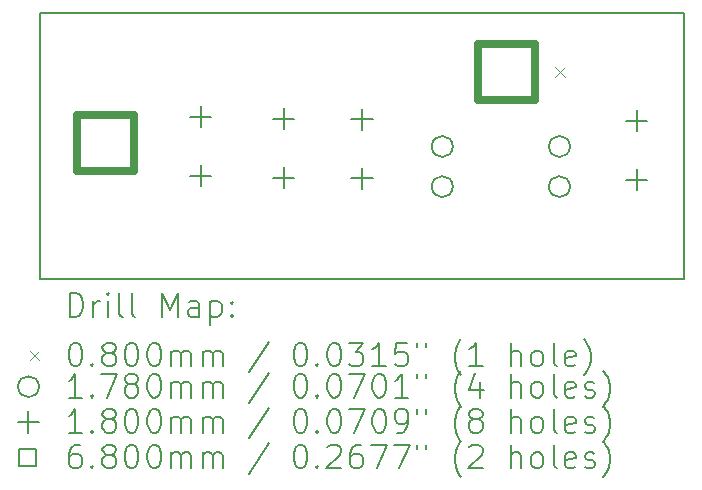
<source format=gbr>
%TF.GenerationSoftware,KiCad,Pcbnew,8.0.5*%
%TF.CreationDate,2024-12-04T12:22:01-05:00*%
%TF.ProjectId,RailsidePDB,5261696c-7369-4646-9550-44422e6b6963,rev?*%
%TF.SameCoordinates,Original*%
%TF.FileFunction,Drillmap*%
%TF.FilePolarity,Positive*%
%FSLAX45Y45*%
G04 Gerber Fmt 4.5, Leading zero omitted, Abs format (unit mm)*
G04 Created by KiCad (PCBNEW 8.0.5) date 2024-12-04 12:22:01*
%MOMM*%
%LPD*%
G01*
G04 APERTURE LIST*
%ADD10C,0.200000*%
%ADD11C,0.100000*%
%ADD12C,0.178000*%
%ADD13C,0.180000*%
%ADD14C,0.680000*%
G04 APERTURE END LIST*
D10*
X5800000Y-6200000D02*
X11250000Y-6200000D01*
X11250000Y-8450000D01*
X5800000Y-8450000D01*
X5800000Y-6200000D01*
D11*
X10160000Y-6660000D02*
X10240000Y-6740000D01*
X10240000Y-6660000D02*
X10160000Y-6740000D01*
D12*
X9293000Y-7330000D02*
G75*
G02*
X9115000Y-7330000I-89000J0D01*
G01*
X9115000Y-7330000D02*
G75*
G02*
X9293000Y-7330000I89000J0D01*
G01*
X9293000Y-7670000D02*
G75*
G02*
X9115000Y-7670000I-89000J0D01*
G01*
X9115000Y-7670000D02*
G75*
G02*
X9293000Y-7670000I89000J0D01*
G01*
X10285000Y-7330000D02*
G75*
G02*
X10107000Y-7330000I-89000J0D01*
G01*
X10107000Y-7330000D02*
G75*
G02*
X10285000Y-7330000I89000J0D01*
G01*
X10285000Y-7670000D02*
G75*
G02*
X10107000Y-7670000I-89000J0D01*
G01*
X10107000Y-7670000D02*
G75*
G02*
X10285000Y-7670000I89000J0D01*
G01*
D13*
X7157500Y-6987500D02*
X7157500Y-7167500D01*
X7067500Y-7077500D02*
X7247500Y-7077500D01*
X7157500Y-7487500D02*
X7157500Y-7667500D01*
X7067500Y-7577500D02*
X7247500Y-7577500D01*
X7860000Y-7005000D02*
X7860000Y-7185000D01*
X7770000Y-7095000D02*
X7950000Y-7095000D01*
X7860000Y-7505000D02*
X7860000Y-7685000D01*
X7770000Y-7595000D02*
X7950000Y-7595000D01*
X8525000Y-7010000D02*
X8525000Y-7190000D01*
X8435000Y-7100000D02*
X8615000Y-7100000D01*
X8525000Y-7510000D02*
X8525000Y-7690000D01*
X8435000Y-7600000D02*
X8615000Y-7600000D01*
X10850000Y-7021000D02*
X10850000Y-7201000D01*
X10760000Y-7111000D02*
X10940000Y-7111000D01*
X10850000Y-7521000D02*
X10850000Y-7701000D01*
X10760000Y-7611000D02*
X10940000Y-7611000D01*
D14*
X6590419Y-7540419D02*
X6590419Y-7059581D01*
X6109581Y-7059581D01*
X6109581Y-7540419D01*
X6590419Y-7540419D01*
X9990419Y-6940419D02*
X9990419Y-6459581D01*
X9509581Y-6459581D01*
X9509581Y-6940419D01*
X9990419Y-6940419D01*
D10*
X6050777Y-8771484D02*
X6050777Y-8571484D01*
X6050777Y-8571484D02*
X6098396Y-8571484D01*
X6098396Y-8571484D02*
X6126967Y-8581008D01*
X6126967Y-8581008D02*
X6146015Y-8600055D01*
X6146015Y-8600055D02*
X6155539Y-8619103D01*
X6155539Y-8619103D02*
X6165062Y-8657198D01*
X6165062Y-8657198D02*
X6165062Y-8685770D01*
X6165062Y-8685770D02*
X6155539Y-8723865D01*
X6155539Y-8723865D02*
X6146015Y-8742912D01*
X6146015Y-8742912D02*
X6126967Y-8761960D01*
X6126967Y-8761960D02*
X6098396Y-8771484D01*
X6098396Y-8771484D02*
X6050777Y-8771484D01*
X6250777Y-8771484D02*
X6250777Y-8638150D01*
X6250777Y-8676246D02*
X6260301Y-8657198D01*
X6260301Y-8657198D02*
X6269824Y-8647674D01*
X6269824Y-8647674D02*
X6288872Y-8638150D01*
X6288872Y-8638150D02*
X6307920Y-8638150D01*
X6374586Y-8771484D02*
X6374586Y-8638150D01*
X6374586Y-8571484D02*
X6365062Y-8581008D01*
X6365062Y-8581008D02*
X6374586Y-8590531D01*
X6374586Y-8590531D02*
X6384110Y-8581008D01*
X6384110Y-8581008D02*
X6374586Y-8571484D01*
X6374586Y-8571484D02*
X6374586Y-8590531D01*
X6498396Y-8771484D02*
X6479348Y-8761960D01*
X6479348Y-8761960D02*
X6469824Y-8742912D01*
X6469824Y-8742912D02*
X6469824Y-8571484D01*
X6603158Y-8771484D02*
X6584110Y-8761960D01*
X6584110Y-8761960D02*
X6574586Y-8742912D01*
X6574586Y-8742912D02*
X6574586Y-8571484D01*
X6831729Y-8771484D02*
X6831729Y-8571484D01*
X6831729Y-8571484D02*
X6898396Y-8714341D01*
X6898396Y-8714341D02*
X6965062Y-8571484D01*
X6965062Y-8571484D02*
X6965062Y-8771484D01*
X7146015Y-8771484D02*
X7146015Y-8666722D01*
X7146015Y-8666722D02*
X7136491Y-8647674D01*
X7136491Y-8647674D02*
X7117443Y-8638150D01*
X7117443Y-8638150D02*
X7079348Y-8638150D01*
X7079348Y-8638150D02*
X7060301Y-8647674D01*
X7146015Y-8761960D02*
X7126967Y-8771484D01*
X7126967Y-8771484D02*
X7079348Y-8771484D01*
X7079348Y-8771484D02*
X7060301Y-8761960D01*
X7060301Y-8761960D02*
X7050777Y-8742912D01*
X7050777Y-8742912D02*
X7050777Y-8723865D01*
X7050777Y-8723865D02*
X7060301Y-8704817D01*
X7060301Y-8704817D02*
X7079348Y-8695293D01*
X7079348Y-8695293D02*
X7126967Y-8695293D01*
X7126967Y-8695293D02*
X7146015Y-8685770D01*
X7241253Y-8638150D02*
X7241253Y-8838150D01*
X7241253Y-8647674D02*
X7260301Y-8638150D01*
X7260301Y-8638150D02*
X7298396Y-8638150D01*
X7298396Y-8638150D02*
X7317443Y-8647674D01*
X7317443Y-8647674D02*
X7326967Y-8657198D01*
X7326967Y-8657198D02*
X7336491Y-8676246D01*
X7336491Y-8676246D02*
X7336491Y-8733389D01*
X7336491Y-8733389D02*
X7326967Y-8752436D01*
X7326967Y-8752436D02*
X7317443Y-8761960D01*
X7317443Y-8761960D02*
X7298396Y-8771484D01*
X7298396Y-8771484D02*
X7260301Y-8771484D01*
X7260301Y-8771484D02*
X7241253Y-8761960D01*
X7422205Y-8752436D02*
X7431729Y-8761960D01*
X7431729Y-8761960D02*
X7422205Y-8771484D01*
X7422205Y-8771484D02*
X7412682Y-8761960D01*
X7412682Y-8761960D02*
X7422205Y-8752436D01*
X7422205Y-8752436D02*
X7422205Y-8771484D01*
X7422205Y-8647674D02*
X7431729Y-8657198D01*
X7431729Y-8657198D02*
X7422205Y-8666722D01*
X7422205Y-8666722D02*
X7412682Y-8657198D01*
X7412682Y-8657198D02*
X7422205Y-8647674D01*
X7422205Y-8647674D02*
X7422205Y-8666722D01*
D11*
X5710000Y-9060000D02*
X5790000Y-9140000D01*
X5790000Y-9060000D02*
X5710000Y-9140000D01*
D10*
X6088872Y-8991484D02*
X6107920Y-8991484D01*
X6107920Y-8991484D02*
X6126967Y-9001008D01*
X6126967Y-9001008D02*
X6136491Y-9010531D01*
X6136491Y-9010531D02*
X6146015Y-9029579D01*
X6146015Y-9029579D02*
X6155539Y-9067674D01*
X6155539Y-9067674D02*
X6155539Y-9115293D01*
X6155539Y-9115293D02*
X6146015Y-9153389D01*
X6146015Y-9153389D02*
X6136491Y-9172436D01*
X6136491Y-9172436D02*
X6126967Y-9181960D01*
X6126967Y-9181960D02*
X6107920Y-9191484D01*
X6107920Y-9191484D02*
X6088872Y-9191484D01*
X6088872Y-9191484D02*
X6069824Y-9181960D01*
X6069824Y-9181960D02*
X6060301Y-9172436D01*
X6060301Y-9172436D02*
X6050777Y-9153389D01*
X6050777Y-9153389D02*
X6041253Y-9115293D01*
X6041253Y-9115293D02*
X6041253Y-9067674D01*
X6041253Y-9067674D02*
X6050777Y-9029579D01*
X6050777Y-9029579D02*
X6060301Y-9010531D01*
X6060301Y-9010531D02*
X6069824Y-9001008D01*
X6069824Y-9001008D02*
X6088872Y-8991484D01*
X6241253Y-9172436D02*
X6250777Y-9181960D01*
X6250777Y-9181960D02*
X6241253Y-9191484D01*
X6241253Y-9191484D02*
X6231729Y-9181960D01*
X6231729Y-9181960D02*
X6241253Y-9172436D01*
X6241253Y-9172436D02*
X6241253Y-9191484D01*
X6365062Y-9077198D02*
X6346015Y-9067674D01*
X6346015Y-9067674D02*
X6336491Y-9058150D01*
X6336491Y-9058150D02*
X6326967Y-9039103D01*
X6326967Y-9039103D02*
X6326967Y-9029579D01*
X6326967Y-9029579D02*
X6336491Y-9010531D01*
X6336491Y-9010531D02*
X6346015Y-9001008D01*
X6346015Y-9001008D02*
X6365062Y-8991484D01*
X6365062Y-8991484D02*
X6403158Y-8991484D01*
X6403158Y-8991484D02*
X6422205Y-9001008D01*
X6422205Y-9001008D02*
X6431729Y-9010531D01*
X6431729Y-9010531D02*
X6441253Y-9029579D01*
X6441253Y-9029579D02*
X6441253Y-9039103D01*
X6441253Y-9039103D02*
X6431729Y-9058150D01*
X6431729Y-9058150D02*
X6422205Y-9067674D01*
X6422205Y-9067674D02*
X6403158Y-9077198D01*
X6403158Y-9077198D02*
X6365062Y-9077198D01*
X6365062Y-9077198D02*
X6346015Y-9086722D01*
X6346015Y-9086722D02*
X6336491Y-9096246D01*
X6336491Y-9096246D02*
X6326967Y-9115293D01*
X6326967Y-9115293D02*
X6326967Y-9153389D01*
X6326967Y-9153389D02*
X6336491Y-9172436D01*
X6336491Y-9172436D02*
X6346015Y-9181960D01*
X6346015Y-9181960D02*
X6365062Y-9191484D01*
X6365062Y-9191484D02*
X6403158Y-9191484D01*
X6403158Y-9191484D02*
X6422205Y-9181960D01*
X6422205Y-9181960D02*
X6431729Y-9172436D01*
X6431729Y-9172436D02*
X6441253Y-9153389D01*
X6441253Y-9153389D02*
X6441253Y-9115293D01*
X6441253Y-9115293D02*
X6431729Y-9096246D01*
X6431729Y-9096246D02*
X6422205Y-9086722D01*
X6422205Y-9086722D02*
X6403158Y-9077198D01*
X6565062Y-8991484D02*
X6584110Y-8991484D01*
X6584110Y-8991484D02*
X6603158Y-9001008D01*
X6603158Y-9001008D02*
X6612682Y-9010531D01*
X6612682Y-9010531D02*
X6622205Y-9029579D01*
X6622205Y-9029579D02*
X6631729Y-9067674D01*
X6631729Y-9067674D02*
X6631729Y-9115293D01*
X6631729Y-9115293D02*
X6622205Y-9153389D01*
X6622205Y-9153389D02*
X6612682Y-9172436D01*
X6612682Y-9172436D02*
X6603158Y-9181960D01*
X6603158Y-9181960D02*
X6584110Y-9191484D01*
X6584110Y-9191484D02*
X6565062Y-9191484D01*
X6565062Y-9191484D02*
X6546015Y-9181960D01*
X6546015Y-9181960D02*
X6536491Y-9172436D01*
X6536491Y-9172436D02*
X6526967Y-9153389D01*
X6526967Y-9153389D02*
X6517443Y-9115293D01*
X6517443Y-9115293D02*
X6517443Y-9067674D01*
X6517443Y-9067674D02*
X6526967Y-9029579D01*
X6526967Y-9029579D02*
X6536491Y-9010531D01*
X6536491Y-9010531D02*
X6546015Y-9001008D01*
X6546015Y-9001008D02*
X6565062Y-8991484D01*
X6755539Y-8991484D02*
X6774586Y-8991484D01*
X6774586Y-8991484D02*
X6793634Y-9001008D01*
X6793634Y-9001008D02*
X6803158Y-9010531D01*
X6803158Y-9010531D02*
X6812682Y-9029579D01*
X6812682Y-9029579D02*
X6822205Y-9067674D01*
X6822205Y-9067674D02*
X6822205Y-9115293D01*
X6822205Y-9115293D02*
X6812682Y-9153389D01*
X6812682Y-9153389D02*
X6803158Y-9172436D01*
X6803158Y-9172436D02*
X6793634Y-9181960D01*
X6793634Y-9181960D02*
X6774586Y-9191484D01*
X6774586Y-9191484D02*
X6755539Y-9191484D01*
X6755539Y-9191484D02*
X6736491Y-9181960D01*
X6736491Y-9181960D02*
X6726967Y-9172436D01*
X6726967Y-9172436D02*
X6717443Y-9153389D01*
X6717443Y-9153389D02*
X6707920Y-9115293D01*
X6707920Y-9115293D02*
X6707920Y-9067674D01*
X6707920Y-9067674D02*
X6717443Y-9029579D01*
X6717443Y-9029579D02*
X6726967Y-9010531D01*
X6726967Y-9010531D02*
X6736491Y-9001008D01*
X6736491Y-9001008D02*
X6755539Y-8991484D01*
X6907920Y-9191484D02*
X6907920Y-9058150D01*
X6907920Y-9077198D02*
X6917443Y-9067674D01*
X6917443Y-9067674D02*
X6936491Y-9058150D01*
X6936491Y-9058150D02*
X6965063Y-9058150D01*
X6965063Y-9058150D02*
X6984110Y-9067674D01*
X6984110Y-9067674D02*
X6993634Y-9086722D01*
X6993634Y-9086722D02*
X6993634Y-9191484D01*
X6993634Y-9086722D02*
X7003158Y-9067674D01*
X7003158Y-9067674D02*
X7022205Y-9058150D01*
X7022205Y-9058150D02*
X7050777Y-9058150D01*
X7050777Y-9058150D02*
X7069824Y-9067674D01*
X7069824Y-9067674D02*
X7079348Y-9086722D01*
X7079348Y-9086722D02*
X7079348Y-9191484D01*
X7174586Y-9191484D02*
X7174586Y-9058150D01*
X7174586Y-9077198D02*
X7184110Y-9067674D01*
X7184110Y-9067674D02*
X7203158Y-9058150D01*
X7203158Y-9058150D02*
X7231729Y-9058150D01*
X7231729Y-9058150D02*
X7250777Y-9067674D01*
X7250777Y-9067674D02*
X7260301Y-9086722D01*
X7260301Y-9086722D02*
X7260301Y-9191484D01*
X7260301Y-9086722D02*
X7269824Y-9067674D01*
X7269824Y-9067674D02*
X7288872Y-9058150D01*
X7288872Y-9058150D02*
X7317443Y-9058150D01*
X7317443Y-9058150D02*
X7336491Y-9067674D01*
X7336491Y-9067674D02*
X7346015Y-9086722D01*
X7346015Y-9086722D02*
X7346015Y-9191484D01*
X7736491Y-8981960D02*
X7565063Y-9239103D01*
X7993634Y-8991484D02*
X8012682Y-8991484D01*
X8012682Y-8991484D02*
X8031729Y-9001008D01*
X8031729Y-9001008D02*
X8041253Y-9010531D01*
X8041253Y-9010531D02*
X8050777Y-9029579D01*
X8050777Y-9029579D02*
X8060301Y-9067674D01*
X8060301Y-9067674D02*
X8060301Y-9115293D01*
X8060301Y-9115293D02*
X8050777Y-9153389D01*
X8050777Y-9153389D02*
X8041253Y-9172436D01*
X8041253Y-9172436D02*
X8031729Y-9181960D01*
X8031729Y-9181960D02*
X8012682Y-9191484D01*
X8012682Y-9191484D02*
X7993634Y-9191484D01*
X7993634Y-9191484D02*
X7974586Y-9181960D01*
X7974586Y-9181960D02*
X7965063Y-9172436D01*
X7965063Y-9172436D02*
X7955539Y-9153389D01*
X7955539Y-9153389D02*
X7946015Y-9115293D01*
X7946015Y-9115293D02*
X7946015Y-9067674D01*
X7946015Y-9067674D02*
X7955539Y-9029579D01*
X7955539Y-9029579D02*
X7965063Y-9010531D01*
X7965063Y-9010531D02*
X7974586Y-9001008D01*
X7974586Y-9001008D02*
X7993634Y-8991484D01*
X8146015Y-9172436D02*
X8155539Y-9181960D01*
X8155539Y-9181960D02*
X8146015Y-9191484D01*
X8146015Y-9191484D02*
X8136491Y-9181960D01*
X8136491Y-9181960D02*
X8146015Y-9172436D01*
X8146015Y-9172436D02*
X8146015Y-9191484D01*
X8279348Y-8991484D02*
X8298396Y-8991484D01*
X8298396Y-8991484D02*
X8317444Y-9001008D01*
X8317444Y-9001008D02*
X8326967Y-9010531D01*
X8326967Y-9010531D02*
X8336491Y-9029579D01*
X8336491Y-9029579D02*
X8346015Y-9067674D01*
X8346015Y-9067674D02*
X8346015Y-9115293D01*
X8346015Y-9115293D02*
X8336491Y-9153389D01*
X8336491Y-9153389D02*
X8326967Y-9172436D01*
X8326967Y-9172436D02*
X8317444Y-9181960D01*
X8317444Y-9181960D02*
X8298396Y-9191484D01*
X8298396Y-9191484D02*
X8279348Y-9191484D01*
X8279348Y-9191484D02*
X8260301Y-9181960D01*
X8260301Y-9181960D02*
X8250777Y-9172436D01*
X8250777Y-9172436D02*
X8241253Y-9153389D01*
X8241253Y-9153389D02*
X8231729Y-9115293D01*
X8231729Y-9115293D02*
X8231729Y-9067674D01*
X8231729Y-9067674D02*
X8241253Y-9029579D01*
X8241253Y-9029579D02*
X8250777Y-9010531D01*
X8250777Y-9010531D02*
X8260301Y-9001008D01*
X8260301Y-9001008D02*
X8279348Y-8991484D01*
X8412682Y-8991484D02*
X8536491Y-8991484D01*
X8536491Y-8991484D02*
X8469825Y-9067674D01*
X8469825Y-9067674D02*
X8498396Y-9067674D01*
X8498396Y-9067674D02*
X8517444Y-9077198D01*
X8517444Y-9077198D02*
X8526968Y-9086722D01*
X8526968Y-9086722D02*
X8536491Y-9105770D01*
X8536491Y-9105770D02*
X8536491Y-9153389D01*
X8536491Y-9153389D02*
X8526968Y-9172436D01*
X8526968Y-9172436D02*
X8517444Y-9181960D01*
X8517444Y-9181960D02*
X8498396Y-9191484D01*
X8498396Y-9191484D02*
X8441253Y-9191484D01*
X8441253Y-9191484D02*
X8422206Y-9181960D01*
X8422206Y-9181960D02*
X8412682Y-9172436D01*
X8726968Y-9191484D02*
X8612682Y-9191484D01*
X8669825Y-9191484D02*
X8669825Y-8991484D01*
X8669825Y-8991484D02*
X8650777Y-9020055D01*
X8650777Y-9020055D02*
X8631729Y-9039103D01*
X8631729Y-9039103D02*
X8612682Y-9048627D01*
X8907920Y-8991484D02*
X8812682Y-8991484D01*
X8812682Y-8991484D02*
X8803158Y-9086722D01*
X8803158Y-9086722D02*
X8812682Y-9077198D01*
X8812682Y-9077198D02*
X8831729Y-9067674D01*
X8831729Y-9067674D02*
X8879349Y-9067674D01*
X8879349Y-9067674D02*
X8898396Y-9077198D01*
X8898396Y-9077198D02*
X8907920Y-9086722D01*
X8907920Y-9086722D02*
X8917444Y-9105770D01*
X8917444Y-9105770D02*
X8917444Y-9153389D01*
X8917444Y-9153389D02*
X8907920Y-9172436D01*
X8907920Y-9172436D02*
X8898396Y-9181960D01*
X8898396Y-9181960D02*
X8879349Y-9191484D01*
X8879349Y-9191484D02*
X8831729Y-9191484D01*
X8831729Y-9191484D02*
X8812682Y-9181960D01*
X8812682Y-9181960D02*
X8803158Y-9172436D01*
X8993634Y-8991484D02*
X8993634Y-9029579D01*
X9069825Y-8991484D02*
X9069825Y-9029579D01*
X9365063Y-9267674D02*
X9355539Y-9258150D01*
X9355539Y-9258150D02*
X9336491Y-9229579D01*
X9336491Y-9229579D02*
X9326968Y-9210531D01*
X9326968Y-9210531D02*
X9317444Y-9181960D01*
X9317444Y-9181960D02*
X9307920Y-9134341D01*
X9307920Y-9134341D02*
X9307920Y-9096246D01*
X9307920Y-9096246D02*
X9317444Y-9048627D01*
X9317444Y-9048627D02*
X9326968Y-9020055D01*
X9326968Y-9020055D02*
X9336491Y-9001008D01*
X9336491Y-9001008D02*
X9355539Y-8972436D01*
X9355539Y-8972436D02*
X9365063Y-8962912D01*
X9546015Y-9191484D02*
X9431730Y-9191484D01*
X9488872Y-9191484D02*
X9488872Y-8991484D01*
X9488872Y-8991484D02*
X9469825Y-9020055D01*
X9469825Y-9020055D02*
X9450777Y-9039103D01*
X9450777Y-9039103D02*
X9431730Y-9048627D01*
X9784111Y-9191484D02*
X9784111Y-8991484D01*
X9869825Y-9191484D02*
X9869825Y-9086722D01*
X9869825Y-9086722D02*
X9860301Y-9067674D01*
X9860301Y-9067674D02*
X9841253Y-9058150D01*
X9841253Y-9058150D02*
X9812682Y-9058150D01*
X9812682Y-9058150D02*
X9793634Y-9067674D01*
X9793634Y-9067674D02*
X9784111Y-9077198D01*
X9993634Y-9191484D02*
X9974587Y-9181960D01*
X9974587Y-9181960D02*
X9965063Y-9172436D01*
X9965063Y-9172436D02*
X9955539Y-9153389D01*
X9955539Y-9153389D02*
X9955539Y-9096246D01*
X9955539Y-9096246D02*
X9965063Y-9077198D01*
X9965063Y-9077198D02*
X9974587Y-9067674D01*
X9974587Y-9067674D02*
X9993634Y-9058150D01*
X9993634Y-9058150D02*
X10022206Y-9058150D01*
X10022206Y-9058150D02*
X10041253Y-9067674D01*
X10041253Y-9067674D02*
X10050777Y-9077198D01*
X10050777Y-9077198D02*
X10060301Y-9096246D01*
X10060301Y-9096246D02*
X10060301Y-9153389D01*
X10060301Y-9153389D02*
X10050777Y-9172436D01*
X10050777Y-9172436D02*
X10041253Y-9181960D01*
X10041253Y-9181960D02*
X10022206Y-9191484D01*
X10022206Y-9191484D02*
X9993634Y-9191484D01*
X10174587Y-9191484D02*
X10155539Y-9181960D01*
X10155539Y-9181960D02*
X10146015Y-9162912D01*
X10146015Y-9162912D02*
X10146015Y-8991484D01*
X10326968Y-9181960D02*
X10307920Y-9191484D01*
X10307920Y-9191484D02*
X10269825Y-9191484D01*
X10269825Y-9191484D02*
X10250777Y-9181960D01*
X10250777Y-9181960D02*
X10241253Y-9162912D01*
X10241253Y-9162912D02*
X10241253Y-9086722D01*
X10241253Y-9086722D02*
X10250777Y-9067674D01*
X10250777Y-9067674D02*
X10269825Y-9058150D01*
X10269825Y-9058150D02*
X10307920Y-9058150D01*
X10307920Y-9058150D02*
X10326968Y-9067674D01*
X10326968Y-9067674D02*
X10336492Y-9086722D01*
X10336492Y-9086722D02*
X10336492Y-9105770D01*
X10336492Y-9105770D02*
X10241253Y-9124817D01*
X10403158Y-9267674D02*
X10412682Y-9258150D01*
X10412682Y-9258150D02*
X10431730Y-9229579D01*
X10431730Y-9229579D02*
X10441253Y-9210531D01*
X10441253Y-9210531D02*
X10450777Y-9181960D01*
X10450777Y-9181960D02*
X10460301Y-9134341D01*
X10460301Y-9134341D02*
X10460301Y-9096246D01*
X10460301Y-9096246D02*
X10450777Y-9048627D01*
X10450777Y-9048627D02*
X10441253Y-9020055D01*
X10441253Y-9020055D02*
X10431730Y-9001008D01*
X10431730Y-9001008D02*
X10412682Y-8972436D01*
X10412682Y-8972436D02*
X10403158Y-8962912D01*
D12*
X5790000Y-9364000D02*
G75*
G02*
X5612000Y-9364000I-89000J0D01*
G01*
X5612000Y-9364000D02*
G75*
G02*
X5790000Y-9364000I89000J0D01*
G01*
D10*
X6155539Y-9455484D02*
X6041253Y-9455484D01*
X6098396Y-9455484D02*
X6098396Y-9255484D01*
X6098396Y-9255484D02*
X6079348Y-9284055D01*
X6079348Y-9284055D02*
X6060301Y-9303103D01*
X6060301Y-9303103D02*
X6041253Y-9312627D01*
X6241253Y-9436436D02*
X6250777Y-9445960D01*
X6250777Y-9445960D02*
X6241253Y-9455484D01*
X6241253Y-9455484D02*
X6231729Y-9445960D01*
X6231729Y-9445960D02*
X6241253Y-9436436D01*
X6241253Y-9436436D02*
X6241253Y-9455484D01*
X6317443Y-9255484D02*
X6450777Y-9255484D01*
X6450777Y-9255484D02*
X6365062Y-9455484D01*
X6555539Y-9341198D02*
X6536491Y-9331674D01*
X6536491Y-9331674D02*
X6526967Y-9322150D01*
X6526967Y-9322150D02*
X6517443Y-9303103D01*
X6517443Y-9303103D02*
X6517443Y-9293579D01*
X6517443Y-9293579D02*
X6526967Y-9274531D01*
X6526967Y-9274531D02*
X6536491Y-9265008D01*
X6536491Y-9265008D02*
X6555539Y-9255484D01*
X6555539Y-9255484D02*
X6593634Y-9255484D01*
X6593634Y-9255484D02*
X6612682Y-9265008D01*
X6612682Y-9265008D02*
X6622205Y-9274531D01*
X6622205Y-9274531D02*
X6631729Y-9293579D01*
X6631729Y-9293579D02*
X6631729Y-9303103D01*
X6631729Y-9303103D02*
X6622205Y-9322150D01*
X6622205Y-9322150D02*
X6612682Y-9331674D01*
X6612682Y-9331674D02*
X6593634Y-9341198D01*
X6593634Y-9341198D02*
X6555539Y-9341198D01*
X6555539Y-9341198D02*
X6536491Y-9350722D01*
X6536491Y-9350722D02*
X6526967Y-9360246D01*
X6526967Y-9360246D02*
X6517443Y-9379293D01*
X6517443Y-9379293D02*
X6517443Y-9417389D01*
X6517443Y-9417389D02*
X6526967Y-9436436D01*
X6526967Y-9436436D02*
X6536491Y-9445960D01*
X6536491Y-9445960D02*
X6555539Y-9455484D01*
X6555539Y-9455484D02*
X6593634Y-9455484D01*
X6593634Y-9455484D02*
X6612682Y-9445960D01*
X6612682Y-9445960D02*
X6622205Y-9436436D01*
X6622205Y-9436436D02*
X6631729Y-9417389D01*
X6631729Y-9417389D02*
X6631729Y-9379293D01*
X6631729Y-9379293D02*
X6622205Y-9360246D01*
X6622205Y-9360246D02*
X6612682Y-9350722D01*
X6612682Y-9350722D02*
X6593634Y-9341198D01*
X6755539Y-9255484D02*
X6774586Y-9255484D01*
X6774586Y-9255484D02*
X6793634Y-9265008D01*
X6793634Y-9265008D02*
X6803158Y-9274531D01*
X6803158Y-9274531D02*
X6812682Y-9293579D01*
X6812682Y-9293579D02*
X6822205Y-9331674D01*
X6822205Y-9331674D02*
X6822205Y-9379293D01*
X6822205Y-9379293D02*
X6812682Y-9417389D01*
X6812682Y-9417389D02*
X6803158Y-9436436D01*
X6803158Y-9436436D02*
X6793634Y-9445960D01*
X6793634Y-9445960D02*
X6774586Y-9455484D01*
X6774586Y-9455484D02*
X6755539Y-9455484D01*
X6755539Y-9455484D02*
X6736491Y-9445960D01*
X6736491Y-9445960D02*
X6726967Y-9436436D01*
X6726967Y-9436436D02*
X6717443Y-9417389D01*
X6717443Y-9417389D02*
X6707920Y-9379293D01*
X6707920Y-9379293D02*
X6707920Y-9331674D01*
X6707920Y-9331674D02*
X6717443Y-9293579D01*
X6717443Y-9293579D02*
X6726967Y-9274531D01*
X6726967Y-9274531D02*
X6736491Y-9265008D01*
X6736491Y-9265008D02*
X6755539Y-9255484D01*
X6907920Y-9455484D02*
X6907920Y-9322150D01*
X6907920Y-9341198D02*
X6917443Y-9331674D01*
X6917443Y-9331674D02*
X6936491Y-9322150D01*
X6936491Y-9322150D02*
X6965063Y-9322150D01*
X6965063Y-9322150D02*
X6984110Y-9331674D01*
X6984110Y-9331674D02*
X6993634Y-9350722D01*
X6993634Y-9350722D02*
X6993634Y-9455484D01*
X6993634Y-9350722D02*
X7003158Y-9331674D01*
X7003158Y-9331674D02*
X7022205Y-9322150D01*
X7022205Y-9322150D02*
X7050777Y-9322150D01*
X7050777Y-9322150D02*
X7069824Y-9331674D01*
X7069824Y-9331674D02*
X7079348Y-9350722D01*
X7079348Y-9350722D02*
X7079348Y-9455484D01*
X7174586Y-9455484D02*
X7174586Y-9322150D01*
X7174586Y-9341198D02*
X7184110Y-9331674D01*
X7184110Y-9331674D02*
X7203158Y-9322150D01*
X7203158Y-9322150D02*
X7231729Y-9322150D01*
X7231729Y-9322150D02*
X7250777Y-9331674D01*
X7250777Y-9331674D02*
X7260301Y-9350722D01*
X7260301Y-9350722D02*
X7260301Y-9455484D01*
X7260301Y-9350722D02*
X7269824Y-9331674D01*
X7269824Y-9331674D02*
X7288872Y-9322150D01*
X7288872Y-9322150D02*
X7317443Y-9322150D01*
X7317443Y-9322150D02*
X7336491Y-9331674D01*
X7336491Y-9331674D02*
X7346015Y-9350722D01*
X7346015Y-9350722D02*
X7346015Y-9455484D01*
X7736491Y-9245960D02*
X7565063Y-9503103D01*
X7993634Y-9255484D02*
X8012682Y-9255484D01*
X8012682Y-9255484D02*
X8031729Y-9265008D01*
X8031729Y-9265008D02*
X8041253Y-9274531D01*
X8041253Y-9274531D02*
X8050777Y-9293579D01*
X8050777Y-9293579D02*
X8060301Y-9331674D01*
X8060301Y-9331674D02*
X8060301Y-9379293D01*
X8060301Y-9379293D02*
X8050777Y-9417389D01*
X8050777Y-9417389D02*
X8041253Y-9436436D01*
X8041253Y-9436436D02*
X8031729Y-9445960D01*
X8031729Y-9445960D02*
X8012682Y-9455484D01*
X8012682Y-9455484D02*
X7993634Y-9455484D01*
X7993634Y-9455484D02*
X7974586Y-9445960D01*
X7974586Y-9445960D02*
X7965063Y-9436436D01*
X7965063Y-9436436D02*
X7955539Y-9417389D01*
X7955539Y-9417389D02*
X7946015Y-9379293D01*
X7946015Y-9379293D02*
X7946015Y-9331674D01*
X7946015Y-9331674D02*
X7955539Y-9293579D01*
X7955539Y-9293579D02*
X7965063Y-9274531D01*
X7965063Y-9274531D02*
X7974586Y-9265008D01*
X7974586Y-9265008D02*
X7993634Y-9255484D01*
X8146015Y-9436436D02*
X8155539Y-9445960D01*
X8155539Y-9445960D02*
X8146015Y-9455484D01*
X8146015Y-9455484D02*
X8136491Y-9445960D01*
X8136491Y-9445960D02*
X8146015Y-9436436D01*
X8146015Y-9436436D02*
X8146015Y-9455484D01*
X8279348Y-9255484D02*
X8298396Y-9255484D01*
X8298396Y-9255484D02*
X8317444Y-9265008D01*
X8317444Y-9265008D02*
X8326967Y-9274531D01*
X8326967Y-9274531D02*
X8336491Y-9293579D01*
X8336491Y-9293579D02*
X8346015Y-9331674D01*
X8346015Y-9331674D02*
X8346015Y-9379293D01*
X8346015Y-9379293D02*
X8336491Y-9417389D01*
X8336491Y-9417389D02*
X8326967Y-9436436D01*
X8326967Y-9436436D02*
X8317444Y-9445960D01*
X8317444Y-9445960D02*
X8298396Y-9455484D01*
X8298396Y-9455484D02*
X8279348Y-9455484D01*
X8279348Y-9455484D02*
X8260301Y-9445960D01*
X8260301Y-9445960D02*
X8250777Y-9436436D01*
X8250777Y-9436436D02*
X8241253Y-9417389D01*
X8241253Y-9417389D02*
X8231729Y-9379293D01*
X8231729Y-9379293D02*
X8231729Y-9331674D01*
X8231729Y-9331674D02*
X8241253Y-9293579D01*
X8241253Y-9293579D02*
X8250777Y-9274531D01*
X8250777Y-9274531D02*
X8260301Y-9265008D01*
X8260301Y-9265008D02*
X8279348Y-9255484D01*
X8412682Y-9255484D02*
X8546015Y-9255484D01*
X8546015Y-9255484D02*
X8460301Y-9455484D01*
X8660301Y-9255484D02*
X8679349Y-9255484D01*
X8679349Y-9255484D02*
X8698396Y-9265008D01*
X8698396Y-9265008D02*
X8707920Y-9274531D01*
X8707920Y-9274531D02*
X8717444Y-9293579D01*
X8717444Y-9293579D02*
X8726968Y-9331674D01*
X8726968Y-9331674D02*
X8726968Y-9379293D01*
X8726968Y-9379293D02*
X8717444Y-9417389D01*
X8717444Y-9417389D02*
X8707920Y-9436436D01*
X8707920Y-9436436D02*
X8698396Y-9445960D01*
X8698396Y-9445960D02*
X8679349Y-9455484D01*
X8679349Y-9455484D02*
X8660301Y-9455484D01*
X8660301Y-9455484D02*
X8641253Y-9445960D01*
X8641253Y-9445960D02*
X8631729Y-9436436D01*
X8631729Y-9436436D02*
X8622206Y-9417389D01*
X8622206Y-9417389D02*
X8612682Y-9379293D01*
X8612682Y-9379293D02*
X8612682Y-9331674D01*
X8612682Y-9331674D02*
X8622206Y-9293579D01*
X8622206Y-9293579D02*
X8631729Y-9274531D01*
X8631729Y-9274531D02*
X8641253Y-9265008D01*
X8641253Y-9265008D02*
X8660301Y-9255484D01*
X8917444Y-9455484D02*
X8803158Y-9455484D01*
X8860301Y-9455484D02*
X8860301Y-9255484D01*
X8860301Y-9255484D02*
X8841253Y-9284055D01*
X8841253Y-9284055D02*
X8822206Y-9303103D01*
X8822206Y-9303103D02*
X8803158Y-9312627D01*
X8993634Y-9255484D02*
X8993634Y-9293579D01*
X9069825Y-9255484D02*
X9069825Y-9293579D01*
X9365063Y-9531674D02*
X9355539Y-9522150D01*
X9355539Y-9522150D02*
X9336491Y-9493579D01*
X9336491Y-9493579D02*
X9326968Y-9474531D01*
X9326968Y-9474531D02*
X9317444Y-9445960D01*
X9317444Y-9445960D02*
X9307920Y-9398341D01*
X9307920Y-9398341D02*
X9307920Y-9360246D01*
X9307920Y-9360246D02*
X9317444Y-9312627D01*
X9317444Y-9312627D02*
X9326968Y-9284055D01*
X9326968Y-9284055D02*
X9336491Y-9265008D01*
X9336491Y-9265008D02*
X9355539Y-9236436D01*
X9355539Y-9236436D02*
X9365063Y-9226912D01*
X9526968Y-9322150D02*
X9526968Y-9455484D01*
X9479349Y-9245960D02*
X9431730Y-9388817D01*
X9431730Y-9388817D02*
X9555539Y-9388817D01*
X9784111Y-9455484D02*
X9784111Y-9255484D01*
X9869825Y-9455484D02*
X9869825Y-9350722D01*
X9869825Y-9350722D02*
X9860301Y-9331674D01*
X9860301Y-9331674D02*
X9841253Y-9322150D01*
X9841253Y-9322150D02*
X9812682Y-9322150D01*
X9812682Y-9322150D02*
X9793634Y-9331674D01*
X9793634Y-9331674D02*
X9784111Y-9341198D01*
X9993634Y-9455484D02*
X9974587Y-9445960D01*
X9974587Y-9445960D02*
X9965063Y-9436436D01*
X9965063Y-9436436D02*
X9955539Y-9417389D01*
X9955539Y-9417389D02*
X9955539Y-9360246D01*
X9955539Y-9360246D02*
X9965063Y-9341198D01*
X9965063Y-9341198D02*
X9974587Y-9331674D01*
X9974587Y-9331674D02*
X9993634Y-9322150D01*
X9993634Y-9322150D02*
X10022206Y-9322150D01*
X10022206Y-9322150D02*
X10041253Y-9331674D01*
X10041253Y-9331674D02*
X10050777Y-9341198D01*
X10050777Y-9341198D02*
X10060301Y-9360246D01*
X10060301Y-9360246D02*
X10060301Y-9417389D01*
X10060301Y-9417389D02*
X10050777Y-9436436D01*
X10050777Y-9436436D02*
X10041253Y-9445960D01*
X10041253Y-9445960D02*
X10022206Y-9455484D01*
X10022206Y-9455484D02*
X9993634Y-9455484D01*
X10174587Y-9455484D02*
X10155539Y-9445960D01*
X10155539Y-9445960D02*
X10146015Y-9426912D01*
X10146015Y-9426912D02*
X10146015Y-9255484D01*
X10326968Y-9445960D02*
X10307920Y-9455484D01*
X10307920Y-9455484D02*
X10269825Y-9455484D01*
X10269825Y-9455484D02*
X10250777Y-9445960D01*
X10250777Y-9445960D02*
X10241253Y-9426912D01*
X10241253Y-9426912D02*
X10241253Y-9350722D01*
X10241253Y-9350722D02*
X10250777Y-9331674D01*
X10250777Y-9331674D02*
X10269825Y-9322150D01*
X10269825Y-9322150D02*
X10307920Y-9322150D01*
X10307920Y-9322150D02*
X10326968Y-9331674D01*
X10326968Y-9331674D02*
X10336492Y-9350722D01*
X10336492Y-9350722D02*
X10336492Y-9369770D01*
X10336492Y-9369770D02*
X10241253Y-9388817D01*
X10412682Y-9445960D02*
X10431730Y-9455484D01*
X10431730Y-9455484D02*
X10469825Y-9455484D01*
X10469825Y-9455484D02*
X10488873Y-9445960D01*
X10488873Y-9445960D02*
X10498396Y-9426912D01*
X10498396Y-9426912D02*
X10498396Y-9417389D01*
X10498396Y-9417389D02*
X10488873Y-9398341D01*
X10488873Y-9398341D02*
X10469825Y-9388817D01*
X10469825Y-9388817D02*
X10441253Y-9388817D01*
X10441253Y-9388817D02*
X10422206Y-9379293D01*
X10422206Y-9379293D02*
X10412682Y-9360246D01*
X10412682Y-9360246D02*
X10412682Y-9350722D01*
X10412682Y-9350722D02*
X10422206Y-9331674D01*
X10422206Y-9331674D02*
X10441253Y-9322150D01*
X10441253Y-9322150D02*
X10469825Y-9322150D01*
X10469825Y-9322150D02*
X10488873Y-9331674D01*
X10565063Y-9531674D02*
X10574587Y-9522150D01*
X10574587Y-9522150D02*
X10593634Y-9493579D01*
X10593634Y-9493579D02*
X10603158Y-9474531D01*
X10603158Y-9474531D02*
X10612682Y-9445960D01*
X10612682Y-9445960D02*
X10622206Y-9398341D01*
X10622206Y-9398341D02*
X10622206Y-9360246D01*
X10622206Y-9360246D02*
X10612682Y-9312627D01*
X10612682Y-9312627D02*
X10603158Y-9284055D01*
X10603158Y-9284055D02*
X10593634Y-9265008D01*
X10593634Y-9265008D02*
X10574587Y-9236436D01*
X10574587Y-9236436D02*
X10565063Y-9226912D01*
D13*
X5700000Y-9572000D02*
X5700000Y-9752000D01*
X5610000Y-9662000D02*
X5790000Y-9662000D01*
D10*
X6155539Y-9753484D02*
X6041253Y-9753484D01*
X6098396Y-9753484D02*
X6098396Y-9553484D01*
X6098396Y-9553484D02*
X6079348Y-9582055D01*
X6079348Y-9582055D02*
X6060301Y-9601103D01*
X6060301Y-9601103D02*
X6041253Y-9610627D01*
X6241253Y-9734436D02*
X6250777Y-9743960D01*
X6250777Y-9743960D02*
X6241253Y-9753484D01*
X6241253Y-9753484D02*
X6231729Y-9743960D01*
X6231729Y-9743960D02*
X6241253Y-9734436D01*
X6241253Y-9734436D02*
X6241253Y-9753484D01*
X6365062Y-9639198D02*
X6346015Y-9629674D01*
X6346015Y-9629674D02*
X6336491Y-9620150D01*
X6336491Y-9620150D02*
X6326967Y-9601103D01*
X6326967Y-9601103D02*
X6326967Y-9591579D01*
X6326967Y-9591579D02*
X6336491Y-9572531D01*
X6336491Y-9572531D02*
X6346015Y-9563008D01*
X6346015Y-9563008D02*
X6365062Y-9553484D01*
X6365062Y-9553484D02*
X6403158Y-9553484D01*
X6403158Y-9553484D02*
X6422205Y-9563008D01*
X6422205Y-9563008D02*
X6431729Y-9572531D01*
X6431729Y-9572531D02*
X6441253Y-9591579D01*
X6441253Y-9591579D02*
X6441253Y-9601103D01*
X6441253Y-9601103D02*
X6431729Y-9620150D01*
X6431729Y-9620150D02*
X6422205Y-9629674D01*
X6422205Y-9629674D02*
X6403158Y-9639198D01*
X6403158Y-9639198D02*
X6365062Y-9639198D01*
X6365062Y-9639198D02*
X6346015Y-9648722D01*
X6346015Y-9648722D02*
X6336491Y-9658246D01*
X6336491Y-9658246D02*
X6326967Y-9677293D01*
X6326967Y-9677293D02*
X6326967Y-9715389D01*
X6326967Y-9715389D02*
X6336491Y-9734436D01*
X6336491Y-9734436D02*
X6346015Y-9743960D01*
X6346015Y-9743960D02*
X6365062Y-9753484D01*
X6365062Y-9753484D02*
X6403158Y-9753484D01*
X6403158Y-9753484D02*
X6422205Y-9743960D01*
X6422205Y-9743960D02*
X6431729Y-9734436D01*
X6431729Y-9734436D02*
X6441253Y-9715389D01*
X6441253Y-9715389D02*
X6441253Y-9677293D01*
X6441253Y-9677293D02*
X6431729Y-9658246D01*
X6431729Y-9658246D02*
X6422205Y-9648722D01*
X6422205Y-9648722D02*
X6403158Y-9639198D01*
X6565062Y-9553484D02*
X6584110Y-9553484D01*
X6584110Y-9553484D02*
X6603158Y-9563008D01*
X6603158Y-9563008D02*
X6612682Y-9572531D01*
X6612682Y-9572531D02*
X6622205Y-9591579D01*
X6622205Y-9591579D02*
X6631729Y-9629674D01*
X6631729Y-9629674D02*
X6631729Y-9677293D01*
X6631729Y-9677293D02*
X6622205Y-9715389D01*
X6622205Y-9715389D02*
X6612682Y-9734436D01*
X6612682Y-9734436D02*
X6603158Y-9743960D01*
X6603158Y-9743960D02*
X6584110Y-9753484D01*
X6584110Y-9753484D02*
X6565062Y-9753484D01*
X6565062Y-9753484D02*
X6546015Y-9743960D01*
X6546015Y-9743960D02*
X6536491Y-9734436D01*
X6536491Y-9734436D02*
X6526967Y-9715389D01*
X6526967Y-9715389D02*
X6517443Y-9677293D01*
X6517443Y-9677293D02*
X6517443Y-9629674D01*
X6517443Y-9629674D02*
X6526967Y-9591579D01*
X6526967Y-9591579D02*
X6536491Y-9572531D01*
X6536491Y-9572531D02*
X6546015Y-9563008D01*
X6546015Y-9563008D02*
X6565062Y-9553484D01*
X6755539Y-9553484D02*
X6774586Y-9553484D01*
X6774586Y-9553484D02*
X6793634Y-9563008D01*
X6793634Y-9563008D02*
X6803158Y-9572531D01*
X6803158Y-9572531D02*
X6812682Y-9591579D01*
X6812682Y-9591579D02*
X6822205Y-9629674D01*
X6822205Y-9629674D02*
X6822205Y-9677293D01*
X6822205Y-9677293D02*
X6812682Y-9715389D01*
X6812682Y-9715389D02*
X6803158Y-9734436D01*
X6803158Y-9734436D02*
X6793634Y-9743960D01*
X6793634Y-9743960D02*
X6774586Y-9753484D01*
X6774586Y-9753484D02*
X6755539Y-9753484D01*
X6755539Y-9753484D02*
X6736491Y-9743960D01*
X6736491Y-9743960D02*
X6726967Y-9734436D01*
X6726967Y-9734436D02*
X6717443Y-9715389D01*
X6717443Y-9715389D02*
X6707920Y-9677293D01*
X6707920Y-9677293D02*
X6707920Y-9629674D01*
X6707920Y-9629674D02*
X6717443Y-9591579D01*
X6717443Y-9591579D02*
X6726967Y-9572531D01*
X6726967Y-9572531D02*
X6736491Y-9563008D01*
X6736491Y-9563008D02*
X6755539Y-9553484D01*
X6907920Y-9753484D02*
X6907920Y-9620150D01*
X6907920Y-9639198D02*
X6917443Y-9629674D01*
X6917443Y-9629674D02*
X6936491Y-9620150D01*
X6936491Y-9620150D02*
X6965063Y-9620150D01*
X6965063Y-9620150D02*
X6984110Y-9629674D01*
X6984110Y-9629674D02*
X6993634Y-9648722D01*
X6993634Y-9648722D02*
X6993634Y-9753484D01*
X6993634Y-9648722D02*
X7003158Y-9629674D01*
X7003158Y-9629674D02*
X7022205Y-9620150D01*
X7022205Y-9620150D02*
X7050777Y-9620150D01*
X7050777Y-9620150D02*
X7069824Y-9629674D01*
X7069824Y-9629674D02*
X7079348Y-9648722D01*
X7079348Y-9648722D02*
X7079348Y-9753484D01*
X7174586Y-9753484D02*
X7174586Y-9620150D01*
X7174586Y-9639198D02*
X7184110Y-9629674D01*
X7184110Y-9629674D02*
X7203158Y-9620150D01*
X7203158Y-9620150D02*
X7231729Y-9620150D01*
X7231729Y-9620150D02*
X7250777Y-9629674D01*
X7250777Y-9629674D02*
X7260301Y-9648722D01*
X7260301Y-9648722D02*
X7260301Y-9753484D01*
X7260301Y-9648722D02*
X7269824Y-9629674D01*
X7269824Y-9629674D02*
X7288872Y-9620150D01*
X7288872Y-9620150D02*
X7317443Y-9620150D01*
X7317443Y-9620150D02*
X7336491Y-9629674D01*
X7336491Y-9629674D02*
X7346015Y-9648722D01*
X7346015Y-9648722D02*
X7346015Y-9753484D01*
X7736491Y-9543960D02*
X7565063Y-9801103D01*
X7993634Y-9553484D02*
X8012682Y-9553484D01*
X8012682Y-9553484D02*
X8031729Y-9563008D01*
X8031729Y-9563008D02*
X8041253Y-9572531D01*
X8041253Y-9572531D02*
X8050777Y-9591579D01*
X8050777Y-9591579D02*
X8060301Y-9629674D01*
X8060301Y-9629674D02*
X8060301Y-9677293D01*
X8060301Y-9677293D02*
X8050777Y-9715389D01*
X8050777Y-9715389D02*
X8041253Y-9734436D01*
X8041253Y-9734436D02*
X8031729Y-9743960D01*
X8031729Y-9743960D02*
X8012682Y-9753484D01*
X8012682Y-9753484D02*
X7993634Y-9753484D01*
X7993634Y-9753484D02*
X7974586Y-9743960D01*
X7974586Y-9743960D02*
X7965063Y-9734436D01*
X7965063Y-9734436D02*
X7955539Y-9715389D01*
X7955539Y-9715389D02*
X7946015Y-9677293D01*
X7946015Y-9677293D02*
X7946015Y-9629674D01*
X7946015Y-9629674D02*
X7955539Y-9591579D01*
X7955539Y-9591579D02*
X7965063Y-9572531D01*
X7965063Y-9572531D02*
X7974586Y-9563008D01*
X7974586Y-9563008D02*
X7993634Y-9553484D01*
X8146015Y-9734436D02*
X8155539Y-9743960D01*
X8155539Y-9743960D02*
X8146015Y-9753484D01*
X8146015Y-9753484D02*
X8136491Y-9743960D01*
X8136491Y-9743960D02*
X8146015Y-9734436D01*
X8146015Y-9734436D02*
X8146015Y-9753484D01*
X8279348Y-9553484D02*
X8298396Y-9553484D01*
X8298396Y-9553484D02*
X8317444Y-9563008D01*
X8317444Y-9563008D02*
X8326967Y-9572531D01*
X8326967Y-9572531D02*
X8336491Y-9591579D01*
X8336491Y-9591579D02*
X8346015Y-9629674D01*
X8346015Y-9629674D02*
X8346015Y-9677293D01*
X8346015Y-9677293D02*
X8336491Y-9715389D01*
X8336491Y-9715389D02*
X8326967Y-9734436D01*
X8326967Y-9734436D02*
X8317444Y-9743960D01*
X8317444Y-9743960D02*
X8298396Y-9753484D01*
X8298396Y-9753484D02*
X8279348Y-9753484D01*
X8279348Y-9753484D02*
X8260301Y-9743960D01*
X8260301Y-9743960D02*
X8250777Y-9734436D01*
X8250777Y-9734436D02*
X8241253Y-9715389D01*
X8241253Y-9715389D02*
X8231729Y-9677293D01*
X8231729Y-9677293D02*
X8231729Y-9629674D01*
X8231729Y-9629674D02*
X8241253Y-9591579D01*
X8241253Y-9591579D02*
X8250777Y-9572531D01*
X8250777Y-9572531D02*
X8260301Y-9563008D01*
X8260301Y-9563008D02*
X8279348Y-9553484D01*
X8412682Y-9553484D02*
X8546015Y-9553484D01*
X8546015Y-9553484D02*
X8460301Y-9753484D01*
X8660301Y-9553484D02*
X8679349Y-9553484D01*
X8679349Y-9553484D02*
X8698396Y-9563008D01*
X8698396Y-9563008D02*
X8707920Y-9572531D01*
X8707920Y-9572531D02*
X8717444Y-9591579D01*
X8717444Y-9591579D02*
X8726968Y-9629674D01*
X8726968Y-9629674D02*
X8726968Y-9677293D01*
X8726968Y-9677293D02*
X8717444Y-9715389D01*
X8717444Y-9715389D02*
X8707920Y-9734436D01*
X8707920Y-9734436D02*
X8698396Y-9743960D01*
X8698396Y-9743960D02*
X8679349Y-9753484D01*
X8679349Y-9753484D02*
X8660301Y-9753484D01*
X8660301Y-9753484D02*
X8641253Y-9743960D01*
X8641253Y-9743960D02*
X8631729Y-9734436D01*
X8631729Y-9734436D02*
X8622206Y-9715389D01*
X8622206Y-9715389D02*
X8612682Y-9677293D01*
X8612682Y-9677293D02*
X8612682Y-9629674D01*
X8612682Y-9629674D02*
X8622206Y-9591579D01*
X8622206Y-9591579D02*
X8631729Y-9572531D01*
X8631729Y-9572531D02*
X8641253Y-9563008D01*
X8641253Y-9563008D02*
X8660301Y-9553484D01*
X8822206Y-9753484D02*
X8860301Y-9753484D01*
X8860301Y-9753484D02*
X8879349Y-9743960D01*
X8879349Y-9743960D02*
X8888872Y-9734436D01*
X8888872Y-9734436D02*
X8907920Y-9705865D01*
X8907920Y-9705865D02*
X8917444Y-9667770D01*
X8917444Y-9667770D02*
X8917444Y-9591579D01*
X8917444Y-9591579D02*
X8907920Y-9572531D01*
X8907920Y-9572531D02*
X8898396Y-9563008D01*
X8898396Y-9563008D02*
X8879349Y-9553484D01*
X8879349Y-9553484D02*
X8841253Y-9553484D01*
X8841253Y-9553484D02*
X8822206Y-9563008D01*
X8822206Y-9563008D02*
X8812682Y-9572531D01*
X8812682Y-9572531D02*
X8803158Y-9591579D01*
X8803158Y-9591579D02*
X8803158Y-9639198D01*
X8803158Y-9639198D02*
X8812682Y-9658246D01*
X8812682Y-9658246D02*
X8822206Y-9667770D01*
X8822206Y-9667770D02*
X8841253Y-9677293D01*
X8841253Y-9677293D02*
X8879349Y-9677293D01*
X8879349Y-9677293D02*
X8898396Y-9667770D01*
X8898396Y-9667770D02*
X8907920Y-9658246D01*
X8907920Y-9658246D02*
X8917444Y-9639198D01*
X8993634Y-9553484D02*
X8993634Y-9591579D01*
X9069825Y-9553484D02*
X9069825Y-9591579D01*
X9365063Y-9829674D02*
X9355539Y-9820150D01*
X9355539Y-9820150D02*
X9336491Y-9791579D01*
X9336491Y-9791579D02*
X9326968Y-9772531D01*
X9326968Y-9772531D02*
X9317444Y-9743960D01*
X9317444Y-9743960D02*
X9307920Y-9696341D01*
X9307920Y-9696341D02*
X9307920Y-9658246D01*
X9307920Y-9658246D02*
X9317444Y-9610627D01*
X9317444Y-9610627D02*
X9326968Y-9582055D01*
X9326968Y-9582055D02*
X9336491Y-9563008D01*
X9336491Y-9563008D02*
X9355539Y-9534436D01*
X9355539Y-9534436D02*
X9365063Y-9524912D01*
X9469825Y-9639198D02*
X9450777Y-9629674D01*
X9450777Y-9629674D02*
X9441253Y-9620150D01*
X9441253Y-9620150D02*
X9431730Y-9601103D01*
X9431730Y-9601103D02*
X9431730Y-9591579D01*
X9431730Y-9591579D02*
X9441253Y-9572531D01*
X9441253Y-9572531D02*
X9450777Y-9563008D01*
X9450777Y-9563008D02*
X9469825Y-9553484D01*
X9469825Y-9553484D02*
X9507920Y-9553484D01*
X9507920Y-9553484D02*
X9526968Y-9563008D01*
X9526968Y-9563008D02*
X9536491Y-9572531D01*
X9536491Y-9572531D02*
X9546015Y-9591579D01*
X9546015Y-9591579D02*
X9546015Y-9601103D01*
X9546015Y-9601103D02*
X9536491Y-9620150D01*
X9536491Y-9620150D02*
X9526968Y-9629674D01*
X9526968Y-9629674D02*
X9507920Y-9639198D01*
X9507920Y-9639198D02*
X9469825Y-9639198D01*
X9469825Y-9639198D02*
X9450777Y-9648722D01*
X9450777Y-9648722D02*
X9441253Y-9658246D01*
X9441253Y-9658246D02*
X9431730Y-9677293D01*
X9431730Y-9677293D02*
X9431730Y-9715389D01*
X9431730Y-9715389D02*
X9441253Y-9734436D01*
X9441253Y-9734436D02*
X9450777Y-9743960D01*
X9450777Y-9743960D02*
X9469825Y-9753484D01*
X9469825Y-9753484D02*
X9507920Y-9753484D01*
X9507920Y-9753484D02*
X9526968Y-9743960D01*
X9526968Y-9743960D02*
X9536491Y-9734436D01*
X9536491Y-9734436D02*
X9546015Y-9715389D01*
X9546015Y-9715389D02*
X9546015Y-9677293D01*
X9546015Y-9677293D02*
X9536491Y-9658246D01*
X9536491Y-9658246D02*
X9526968Y-9648722D01*
X9526968Y-9648722D02*
X9507920Y-9639198D01*
X9784111Y-9753484D02*
X9784111Y-9553484D01*
X9869825Y-9753484D02*
X9869825Y-9648722D01*
X9869825Y-9648722D02*
X9860301Y-9629674D01*
X9860301Y-9629674D02*
X9841253Y-9620150D01*
X9841253Y-9620150D02*
X9812682Y-9620150D01*
X9812682Y-9620150D02*
X9793634Y-9629674D01*
X9793634Y-9629674D02*
X9784111Y-9639198D01*
X9993634Y-9753484D02*
X9974587Y-9743960D01*
X9974587Y-9743960D02*
X9965063Y-9734436D01*
X9965063Y-9734436D02*
X9955539Y-9715389D01*
X9955539Y-9715389D02*
X9955539Y-9658246D01*
X9955539Y-9658246D02*
X9965063Y-9639198D01*
X9965063Y-9639198D02*
X9974587Y-9629674D01*
X9974587Y-9629674D02*
X9993634Y-9620150D01*
X9993634Y-9620150D02*
X10022206Y-9620150D01*
X10022206Y-9620150D02*
X10041253Y-9629674D01*
X10041253Y-9629674D02*
X10050777Y-9639198D01*
X10050777Y-9639198D02*
X10060301Y-9658246D01*
X10060301Y-9658246D02*
X10060301Y-9715389D01*
X10060301Y-9715389D02*
X10050777Y-9734436D01*
X10050777Y-9734436D02*
X10041253Y-9743960D01*
X10041253Y-9743960D02*
X10022206Y-9753484D01*
X10022206Y-9753484D02*
X9993634Y-9753484D01*
X10174587Y-9753484D02*
X10155539Y-9743960D01*
X10155539Y-9743960D02*
X10146015Y-9724912D01*
X10146015Y-9724912D02*
X10146015Y-9553484D01*
X10326968Y-9743960D02*
X10307920Y-9753484D01*
X10307920Y-9753484D02*
X10269825Y-9753484D01*
X10269825Y-9753484D02*
X10250777Y-9743960D01*
X10250777Y-9743960D02*
X10241253Y-9724912D01*
X10241253Y-9724912D02*
X10241253Y-9648722D01*
X10241253Y-9648722D02*
X10250777Y-9629674D01*
X10250777Y-9629674D02*
X10269825Y-9620150D01*
X10269825Y-9620150D02*
X10307920Y-9620150D01*
X10307920Y-9620150D02*
X10326968Y-9629674D01*
X10326968Y-9629674D02*
X10336492Y-9648722D01*
X10336492Y-9648722D02*
X10336492Y-9667770D01*
X10336492Y-9667770D02*
X10241253Y-9686817D01*
X10412682Y-9743960D02*
X10431730Y-9753484D01*
X10431730Y-9753484D02*
X10469825Y-9753484D01*
X10469825Y-9753484D02*
X10488873Y-9743960D01*
X10488873Y-9743960D02*
X10498396Y-9724912D01*
X10498396Y-9724912D02*
X10498396Y-9715389D01*
X10498396Y-9715389D02*
X10488873Y-9696341D01*
X10488873Y-9696341D02*
X10469825Y-9686817D01*
X10469825Y-9686817D02*
X10441253Y-9686817D01*
X10441253Y-9686817D02*
X10422206Y-9677293D01*
X10422206Y-9677293D02*
X10412682Y-9658246D01*
X10412682Y-9658246D02*
X10412682Y-9648722D01*
X10412682Y-9648722D02*
X10422206Y-9629674D01*
X10422206Y-9629674D02*
X10441253Y-9620150D01*
X10441253Y-9620150D02*
X10469825Y-9620150D01*
X10469825Y-9620150D02*
X10488873Y-9629674D01*
X10565063Y-9829674D02*
X10574587Y-9820150D01*
X10574587Y-9820150D02*
X10593634Y-9791579D01*
X10593634Y-9791579D02*
X10603158Y-9772531D01*
X10603158Y-9772531D02*
X10612682Y-9743960D01*
X10612682Y-9743960D02*
X10622206Y-9696341D01*
X10622206Y-9696341D02*
X10622206Y-9658246D01*
X10622206Y-9658246D02*
X10612682Y-9610627D01*
X10612682Y-9610627D02*
X10603158Y-9582055D01*
X10603158Y-9582055D02*
X10593634Y-9563008D01*
X10593634Y-9563008D02*
X10574587Y-9534436D01*
X10574587Y-9534436D02*
X10565063Y-9524912D01*
X5760711Y-10032711D02*
X5760711Y-9891289D01*
X5619289Y-9891289D01*
X5619289Y-10032711D01*
X5760711Y-10032711D01*
X6136491Y-9853484D02*
X6098396Y-9853484D01*
X6098396Y-9853484D02*
X6079348Y-9863008D01*
X6079348Y-9863008D02*
X6069824Y-9872531D01*
X6069824Y-9872531D02*
X6050777Y-9901103D01*
X6050777Y-9901103D02*
X6041253Y-9939198D01*
X6041253Y-9939198D02*
X6041253Y-10015389D01*
X6041253Y-10015389D02*
X6050777Y-10034436D01*
X6050777Y-10034436D02*
X6060301Y-10043960D01*
X6060301Y-10043960D02*
X6079348Y-10053484D01*
X6079348Y-10053484D02*
X6117443Y-10053484D01*
X6117443Y-10053484D02*
X6136491Y-10043960D01*
X6136491Y-10043960D02*
X6146015Y-10034436D01*
X6146015Y-10034436D02*
X6155539Y-10015389D01*
X6155539Y-10015389D02*
X6155539Y-9967770D01*
X6155539Y-9967770D02*
X6146015Y-9948722D01*
X6146015Y-9948722D02*
X6136491Y-9939198D01*
X6136491Y-9939198D02*
X6117443Y-9929674D01*
X6117443Y-9929674D02*
X6079348Y-9929674D01*
X6079348Y-9929674D02*
X6060301Y-9939198D01*
X6060301Y-9939198D02*
X6050777Y-9948722D01*
X6050777Y-9948722D02*
X6041253Y-9967770D01*
X6241253Y-10034436D02*
X6250777Y-10043960D01*
X6250777Y-10043960D02*
X6241253Y-10053484D01*
X6241253Y-10053484D02*
X6231729Y-10043960D01*
X6231729Y-10043960D02*
X6241253Y-10034436D01*
X6241253Y-10034436D02*
X6241253Y-10053484D01*
X6365062Y-9939198D02*
X6346015Y-9929674D01*
X6346015Y-9929674D02*
X6336491Y-9920150D01*
X6336491Y-9920150D02*
X6326967Y-9901103D01*
X6326967Y-9901103D02*
X6326967Y-9891579D01*
X6326967Y-9891579D02*
X6336491Y-9872531D01*
X6336491Y-9872531D02*
X6346015Y-9863008D01*
X6346015Y-9863008D02*
X6365062Y-9853484D01*
X6365062Y-9853484D02*
X6403158Y-9853484D01*
X6403158Y-9853484D02*
X6422205Y-9863008D01*
X6422205Y-9863008D02*
X6431729Y-9872531D01*
X6431729Y-9872531D02*
X6441253Y-9891579D01*
X6441253Y-9891579D02*
X6441253Y-9901103D01*
X6441253Y-9901103D02*
X6431729Y-9920150D01*
X6431729Y-9920150D02*
X6422205Y-9929674D01*
X6422205Y-9929674D02*
X6403158Y-9939198D01*
X6403158Y-9939198D02*
X6365062Y-9939198D01*
X6365062Y-9939198D02*
X6346015Y-9948722D01*
X6346015Y-9948722D02*
X6336491Y-9958246D01*
X6336491Y-9958246D02*
X6326967Y-9977293D01*
X6326967Y-9977293D02*
X6326967Y-10015389D01*
X6326967Y-10015389D02*
X6336491Y-10034436D01*
X6336491Y-10034436D02*
X6346015Y-10043960D01*
X6346015Y-10043960D02*
X6365062Y-10053484D01*
X6365062Y-10053484D02*
X6403158Y-10053484D01*
X6403158Y-10053484D02*
X6422205Y-10043960D01*
X6422205Y-10043960D02*
X6431729Y-10034436D01*
X6431729Y-10034436D02*
X6441253Y-10015389D01*
X6441253Y-10015389D02*
X6441253Y-9977293D01*
X6441253Y-9977293D02*
X6431729Y-9958246D01*
X6431729Y-9958246D02*
X6422205Y-9948722D01*
X6422205Y-9948722D02*
X6403158Y-9939198D01*
X6565062Y-9853484D02*
X6584110Y-9853484D01*
X6584110Y-9853484D02*
X6603158Y-9863008D01*
X6603158Y-9863008D02*
X6612682Y-9872531D01*
X6612682Y-9872531D02*
X6622205Y-9891579D01*
X6622205Y-9891579D02*
X6631729Y-9929674D01*
X6631729Y-9929674D02*
X6631729Y-9977293D01*
X6631729Y-9977293D02*
X6622205Y-10015389D01*
X6622205Y-10015389D02*
X6612682Y-10034436D01*
X6612682Y-10034436D02*
X6603158Y-10043960D01*
X6603158Y-10043960D02*
X6584110Y-10053484D01*
X6584110Y-10053484D02*
X6565062Y-10053484D01*
X6565062Y-10053484D02*
X6546015Y-10043960D01*
X6546015Y-10043960D02*
X6536491Y-10034436D01*
X6536491Y-10034436D02*
X6526967Y-10015389D01*
X6526967Y-10015389D02*
X6517443Y-9977293D01*
X6517443Y-9977293D02*
X6517443Y-9929674D01*
X6517443Y-9929674D02*
X6526967Y-9891579D01*
X6526967Y-9891579D02*
X6536491Y-9872531D01*
X6536491Y-9872531D02*
X6546015Y-9863008D01*
X6546015Y-9863008D02*
X6565062Y-9853484D01*
X6755539Y-9853484D02*
X6774586Y-9853484D01*
X6774586Y-9853484D02*
X6793634Y-9863008D01*
X6793634Y-9863008D02*
X6803158Y-9872531D01*
X6803158Y-9872531D02*
X6812682Y-9891579D01*
X6812682Y-9891579D02*
X6822205Y-9929674D01*
X6822205Y-9929674D02*
X6822205Y-9977293D01*
X6822205Y-9977293D02*
X6812682Y-10015389D01*
X6812682Y-10015389D02*
X6803158Y-10034436D01*
X6803158Y-10034436D02*
X6793634Y-10043960D01*
X6793634Y-10043960D02*
X6774586Y-10053484D01*
X6774586Y-10053484D02*
X6755539Y-10053484D01*
X6755539Y-10053484D02*
X6736491Y-10043960D01*
X6736491Y-10043960D02*
X6726967Y-10034436D01*
X6726967Y-10034436D02*
X6717443Y-10015389D01*
X6717443Y-10015389D02*
X6707920Y-9977293D01*
X6707920Y-9977293D02*
X6707920Y-9929674D01*
X6707920Y-9929674D02*
X6717443Y-9891579D01*
X6717443Y-9891579D02*
X6726967Y-9872531D01*
X6726967Y-9872531D02*
X6736491Y-9863008D01*
X6736491Y-9863008D02*
X6755539Y-9853484D01*
X6907920Y-10053484D02*
X6907920Y-9920150D01*
X6907920Y-9939198D02*
X6917443Y-9929674D01*
X6917443Y-9929674D02*
X6936491Y-9920150D01*
X6936491Y-9920150D02*
X6965063Y-9920150D01*
X6965063Y-9920150D02*
X6984110Y-9929674D01*
X6984110Y-9929674D02*
X6993634Y-9948722D01*
X6993634Y-9948722D02*
X6993634Y-10053484D01*
X6993634Y-9948722D02*
X7003158Y-9929674D01*
X7003158Y-9929674D02*
X7022205Y-9920150D01*
X7022205Y-9920150D02*
X7050777Y-9920150D01*
X7050777Y-9920150D02*
X7069824Y-9929674D01*
X7069824Y-9929674D02*
X7079348Y-9948722D01*
X7079348Y-9948722D02*
X7079348Y-10053484D01*
X7174586Y-10053484D02*
X7174586Y-9920150D01*
X7174586Y-9939198D02*
X7184110Y-9929674D01*
X7184110Y-9929674D02*
X7203158Y-9920150D01*
X7203158Y-9920150D02*
X7231729Y-9920150D01*
X7231729Y-9920150D02*
X7250777Y-9929674D01*
X7250777Y-9929674D02*
X7260301Y-9948722D01*
X7260301Y-9948722D02*
X7260301Y-10053484D01*
X7260301Y-9948722D02*
X7269824Y-9929674D01*
X7269824Y-9929674D02*
X7288872Y-9920150D01*
X7288872Y-9920150D02*
X7317443Y-9920150D01*
X7317443Y-9920150D02*
X7336491Y-9929674D01*
X7336491Y-9929674D02*
X7346015Y-9948722D01*
X7346015Y-9948722D02*
X7346015Y-10053484D01*
X7736491Y-9843960D02*
X7565063Y-10101103D01*
X7993634Y-9853484D02*
X8012682Y-9853484D01*
X8012682Y-9853484D02*
X8031729Y-9863008D01*
X8031729Y-9863008D02*
X8041253Y-9872531D01*
X8041253Y-9872531D02*
X8050777Y-9891579D01*
X8050777Y-9891579D02*
X8060301Y-9929674D01*
X8060301Y-9929674D02*
X8060301Y-9977293D01*
X8060301Y-9977293D02*
X8050777Y-10015389D01*
X8050777Y-10015389D02*
X8041253Y-10034436D01*
X8041253Y-10034436D02*
X8031729Y-10043960D01*
X8031729Y-10043960D02*
X8012682Y-10053484D01*
X8012682Y-10053484D02*
X7993634Y-10053484D01*
X7993634Y-10053484D02*
X7974586Y-10043960D01*
X7974586Y-10043960D02*
X7965063Y-10034436D01*
X7965063Y-10034436D02*
X7955539Y-10015389D01*
X7955539Y-10015389D02*
X7946015Y-9977293D01*
X7946015Y-9977293D02*
X7946015Y-9929674D01*
X7946015Y-9929674D02*
X7955539Y-9891579D01*
X7955539Y-9891579D02*
X7965063Y-9872531D01*
X7965063Y-9872531D02*
X7974586Y-9863008D01*
X7974586Y-9863008D02*
X7993634Y-9853484D01*
X8146015Y-10034436D02*
X8155539Y-10043960D01*
X8155539Y-10043960D02*
X8146015Y-10053484D01*
X8146015Y-10053484D02*
X8136491Y-10043960D01*
X8136491Y-10043960D02*
X8146015Y-10034436D01*
X8146015Y-10034436D02*
X8146015Y-10053484D01*
X8231729Y-9872531D02*
X8241253Y-9863008D01*
X8241253Y-9863008D02*
X8260301Y-9853484D01*
X8260301Y-9853484D02*
X8307920Y-9853484D01*
X8307920Y-9853484D02*
X8326967Y-9863008D01*
X8326967Y-9863008D02*
X8336491Y-9872531D01*
X8336491Y-9872531D02*
X8346015Y-9891579D01*
X8346015Y-9891579D02*
X8346015Y-9910627D01*
X8346015Y-9910627D02*
X8336491Y-9939198D01*
X8336491Y-9939198D02*
X8222206Y-10053484D01*
X8222206Y-10053484D02*
X8346015Y-10053484D01*
X8517444Y-9853484D02*
X8479348Y-9853484D01*
X8479348Y-9853484D02*
X8460301Y-9863008D01*
X8460301Y-9863008D02*
X8450777Y-9872531D01*
X8450777Y-9872531D02*
X8431729Y-9901103D01*
X8431729Y-9901103D02*
X8422206Y-9939198D01*
X8422206Y-9939198D02*
X8422206Y-10015389D01*
X8422206Y-10015389D02*
X8431729Y-10034436D01*
X8431729Y-10034436D02*
X8441253Y-10043960D01*
X8441253Y-10043960D02*
X8460301Y-10053484D01*
X8460301Y-10053484D02*
X8498396Y-10053484D01*
X8498396Y-10053484D02*
X8517444Y-10043960D01*
X8517444Y-10043960D02*
X8526968Y-10034436D01*
X8526968Y-10034436D02*
X8536491Y-10015389D01*
X8536491Y-10015389D02*
X8536491Y-9967770D01*
X8536491Y-9967770D02*
X8526968Y-9948722D01*
X8526968Y-9948722D02*
X8517444Y-9939198D01*
X8517444Y-9939198D02*
X8498396Y-9929674D01*
X8498396Y-9929674D02*
X8460301Y-9929674D01*
X8460301Y-9929674D02*
X8441253Y-9939198D01*
X8441253Y-9939198D02*
X8431729Y-9948722D01*
X8431729Y-9948722D02*
X8422206Y-9967770D01*
X8603158Y-9853484D02*
X8736491Y-9853484D01*
X8736491Y-9853484D02*
X8650777Y-10053484D01*
X8793634Y-9853484D02*
X8926968Y-9853484D01*
X8926968Y-9853484D02*
X8841253Y-10053484D01*
X8993634Y-9853484D02*
X8993634Y-9891579D01*
X9069825Y-9853484D02*
X9069825Y-9891579D01*
X9365063Y-10129674D02*
X9355539Y-10120150D01*
X9355539Y-10120150D02*
X9336491Y-10091579D01*
X9336491Y-10091579D02*
X9326968Y-10072531D01*
X9326968Y-10072531D02*
X9317444Y-10043960D01*
X9317444Y-10043960D02*
X9307920Y-9996341D01*
X9307920Y-9996341D02*
X9307920Y-9958246D01*
X9307920Y-9958246D02*
X9317444Y-9910627D01*
X9317444Y-9910627D02*
X9326968Y-9882055D01*
X9326968Y-9882055D02*
X9336491Y-9863008D01*
X9336491Y-9863008D02*
X9355539Y-9834436D01*
X9355539Y-9834436D02*
X9365063Y-9824912D01*
X9431730Y-9872531D02*
X9441253Y-9863008D01*
X9441253Y-9863008D02*
X9460301Y-9853484D01*
X9460301Y-9853484D02*
X9507920Y-9853484D01*
X9507920Y-9853484D02*
X9526968Y-9863008D01*
X9526968Y-9863008D02*
X9536491Y-9872531D01*
X9536491Y-9872531D02*
X9546015Y-9891579D01*
X9546015Y-9891579D02*
X9546015Y-9910627D01*
X9546015Y-9910627D02*
X9536491Y-9939198D01*
X9536491Y-9939198D02*
X9422206Y-10053484D01*
X9422206Y-10053484D02*
X9546015Y-10053484D01*
X9784111Y-10053484D02*
X9784111Y-9853484D01*
X9869825Y-10053484D02*
X9869825Y-9948722D01*
X9869825Y-9948722D02*
X9860301Y-9929674D01*
X9860301Y-9929674D02*
X9841253Y-9920150D01*
X9841253Y-9920150D02*
X9812682Y-9920150D01*
X9812682Y-9920150D02*
X9793634Y-9929674D01*
X9793634Y-9929674D02*
X9784111Y-9939198D01*
X9993634Y-10053484D02*
X9974587Y-10043960D01*
X9974587Y-10043960D02*
X9965063Y-10034436D01*
X9965063Y-10034436D02*
X9955539Y-10015389D01*
X9955539Y-10015389D02*
X9955539Y-9958246D01*
X9955539Y-9958246D02*
X9965063Y-9939198D01*
X9965063Y-9939198D02*
X9974587Y-9929674D01*
X9974587Y-9929674D02*
X9993634Y-9920150D01*
X9993634Y-9920150D02*
X10022206Y-9920150D01*
X10022206Y-9920150D02*
X10041253Y-9929674D01*
X10041253Y-9929674D02*
X10050777Y-9939198D01*
X10050777Y-9939198D02*
X10060301Y-9958246D01*
X10060301Y-9958246D02*
X10060301Y-10015389D01*
X10060301Y-10015389D02*
X10050777Y-10034436D01*
X10050777Y-10034436D02*
X10041253Y-10043960D01*
X10041253Y-10043960D02*
X10022206Y-10053484D01*
X10022206Y-10053484D02*
X9993634Y-10053484D01*
X10174587Y-10053484D02*
X10155539Y-10043960D01*
X10155539Y-10043960D02*
X10146015Y-10024912D01*
X10146015Y-10024912D02*
X10146015Y-9853484D01*
X10326968Y-10043960D02*
X10307920Y-10053484D01*
X10307920Y-10053484D02*
X10269825Y-10053484D01*
X10269825Y-10053484D02*
X10250777Y-10043960D01*
X10250777Y-10043960D02*
X10241253Y-10024912D01*
X10241253Y-10024912D02*
X10241253Y-9948722D01*
X10241253Y-9948722D02*
X10250777Y-9929674D01*
X10250777Y-9929674D02*
X10269825Y-9920150D01*
X10269825Y-9920150D02*
X10307920Y-9920150D01*
X10307920Y-9920150D02*
X10326968Y-9929674D01*
X10326968Y-9929674D02*
X10336492Y-9948722D01*
X10336492Y-9948722D02*
X10336492Y-9967770D01*
X10336492Y-9967770D02*
X10241253Y-9986817D01*
X10412682Y-10043960D02*
X10431730Y-10053484D01*
X10431730Y-10053484D02*
X10469825Y-10053484D01*
X10469825Y-10053484D02*
X10488873Y-10043960D01*
X10488873Y-10043960D02*
X10498396Y-10024912D01*
X10498396Y-10024912D02*
X10498396Y-10015389D01*
X10498396Y-10015389D02*
X10488873Y-9996341D01*
X10488873Y-9996341D02*
X10469825Y-9986817D01*
X10469825Y-9986817D02*
X10441253Y-9986817D01*
X10441253Y-9986817D02*
X10422206Y-9977293D01*
X10422206Y-9977293D02*
X10412682Y-9958246D01*
X10412682Y-9958246D02*
X10412682Y-9948722D01*
X10412682Y-9948722D02*
X10422206Y-9929674D01*
X10422206Y-9929674D02*
X10441253Y-9920150D01*
X10441253Y-9920150D02*
X10469825Y-9920150D01*
X10469825Y-9920150D02*
X10488873Y-9929674D01*
X10565063Y-10129674D02*
X10574587Y-10120150D01*
X10574587Y-10120150D02*
X10593634Y-10091579D01*
X10593634Y-10091579D02*
X10603158Y-10072531D01*
X10603158Y-10072531D02*
X10612682Y-10043960D01*
X10612682Y-10043960D02*
X10622206Y-9996341D01*
X10622206Y-9996341D02*
X10622206Y-9958246D01*
X10622206Y-9958246D02*
X10612682Y-9910627D01*
X10612682Y-9910627D02*
X10603158Y-9882055D01*
X10603158Y-9882055D02*
X10593634Y-9863008D01*
X10593634Y-9863008D02*
X10574587Y-9834436D01*
X10574587Y-9834436D02*
X10565063Y-9824912D01*
M02*

</source>
